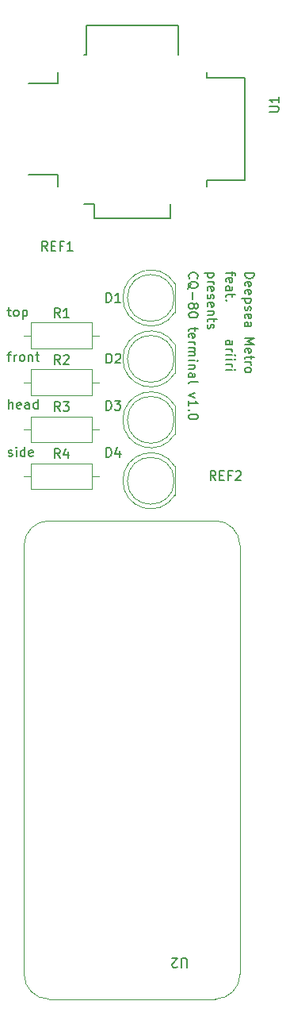
<source format=gbr>
%TF.GenerationSoftware,KiCad,Pcbnew,6.0.6+dfsg-1*%
%TF.CreationDate,2022-07-30T00:05:30-07:00*%
%TF.ProjectId,board,626f6172-642e-46b6-9963-61645f706362,rev?*%
%TF.SameCoordinates,Original*%
%TF.FileFunction,Legend,Top*%
%TF.FilePolarity,Positive*%
%FSLAX46Y46*%
G04 Gerber Fmt 4.6, Leading zero omitted, Abs format (unit mm)*
G04 Created by KiCad (PCBNEW 6.0.6+dfsg-1) date 2022-07-30 00:05:30*
%MOMM*%
%LPD*%
G01*
G04 APERTURE LIST*
%ADD10C,0.150000*%
%ADD11C,0.120000*%
%ADD12C,0.127000*%
G04 APERTURE END LIST*
D10*
X88787976Y-91844761D02*
X88883214Y-91892380D01*
X89073690Y-91892380D01*
X89168928Y-91844761D01*
X89216547Y-91749523D01*
X89216547Y-91701904D01*
X89168928Y-91606666D01*
X89073690Y-91559047D01*
X88930833Y-91559047D01*
X88835595Y-91511428D01*
X88787976Y-91416190D01*
X88787976Y-91368571D01*
X88835595Y-91273333D01*
X88930833Y-91225714D01*
X89073690Y-91225714D01*
X89168928Y-91273333D01*
X89645119Y-91892380D02*
X89645119Y-91225714D01*
X89645119Y-90892380D02*
X89597500Y-90940000D01*
X89645119Y-90987619D01*
X89692738Y-90940000D01*
X89645119Y-90892380D01*
X89645119Y-90987619D01*
X90549880Y-91892380D02*
X90549880Y-90892380D01*
X90549880Y-91844761D02*
X90454642Y-91892380D01*
X90264166Y-91892380D01*
X90168928Y-91844761D01*
X90121309Y-91797142D01*
X90073690Y-91701904D01*
X90073690Y-91416190D01*
X90121309Y-91320952D01*
X90168928Y-91273333D01*
X90264166Y-91225714D01*
X90454642Y-91225714D01*
X90549880Y-91273333D01*
X91407023Y-91844761D02*
X91311785Y-91892380D01*
X91121309Y-91892380D01*
X91026071Y-91844761D01*
X90978452Y-91749523D01*
X90978452Y-91368571D01*
X91026071Y-91273333D01*
X91121309Y-91225714D01*
X91311785Y-91225714D01*
X91407023Y-91273333D01*
X91454642Y-91368571D01*
X91454642Y-91463809D01*
X90978452Y-91559047D01*
X88835595Y-86812380D02*
X88835595Y-85812380D01*
X89264166Y-86812380D02*
X89264166Y-86288571D01*
X89216547Y-86193333D01*
X89121309Y-86145714D01*
X88978452Y-86145714D01*
X88883214Y-86193333D01*
X88835595Y-86240952D01*
X90121309Y-86764761D02*
X90026071Y-86812380D01*
X89835595Y-86812380D01*
X89740357Y-86764761D01*
X89692738Y-86669523D01*
X89692738Y-86288571D01*
X89740357Y-86193333D01*
X89835595Y-86145714D01*
X90026071Y-86145714D01*
X90121309Y-86193333D01*
X90168928Y-86288571D01*
X90168928Y-86383809D01*
X89692738Y-86479047D01*
X91026071Y-86812380D02*
X91026071Y-86288571D01*
X90978452Y-86193333D01*
X90883214Y-86145714D01*
X90692738Y-86145714D01*
X90597500Y-86193333D01*
X91026071Y-86764761D02*
X90930833Y-86812380D01*
X90692738Y-86812380D01*
X90597500Y-86764761D01*
X90549880Y-86669523D01*
X90549880Y-86574285D01*
X90597500Y-86479047D01*
X90692738Y-86431428D01*
X90930833Y-86431428D01*
X91026071Y-86383809D01*
X91930833Y-86812380D02*
X91930833Y-85812380D01*
X91930833Y-86764761D02*
X91835595Y-86812380D01*
X91645119Y-86812380D01*
X91549880Y-86764761D01*
X91502261Y-86717142D01*
X91454642Y-86621904D01*
X91454642Y-86336190D01*
X91502261Y-86240952D01*
X91549880Y-86193333D01*
X91645119Y-86145714D01*
X91835595Y-86145714D01*
X91930833Y-86193333D01*
X88692738Y-81065714D02*
X89073690Y-81065714D01*
X88835595Y-81732380D02*
X88835595Y-80875238D01*
X88883214Y-80780000D01*
X88978452Y-80732380D01*
X89073690Y-80732380D01*
X89407023Y-81732380D02*
X89407023Y-81065714D01*
X89407023Y-81256190D02*
X89454642Y-81160952D01*
X89502261Y-81113333D01*
X89597500Y-81065714D01*
X89692738Y-81065714D01*
X90168928Y-81732380D02*
X90073690Y-81684761D01*
X90026071Y-81637142D01*
X89978452Y-81541904D01*
X89978452Y-81256190D01*
X90026071Y-81160952D01*
X90073690Y-81113333D01*
X90168928Y-81065714D01*
X90311785Y-81065714D01*
X90407023Y-81113333D01*
X90454642Y-81160952D01*
X90502261Y-81256190D01*
X90502261Y-81541904D01*
X90454642Y-81637142D01*
X90407023Y-81684761D01*
X90311785Y-81732380D01*
X90168928Y-81732380D01*
X90930833Y-81065714D02*
X90930833Y-81732380D01*
X90930833Y-81160952D02*
X90978452Y-81113333D01*
X91073690Y-81065714D01*
X91216547Y-81065714D01*
X91311785Y-81113333D01*
X91359404Y-81208571D01*
X91359404Y-81732380D01*
X91692738Y-81065714D02*
X92073690Y-81065714D01*
X91835595Y-80732380D02*
X91835595Y-81589523D01*
X91883214Y-81684761D01*
X91978452Y-81732380D01*
X92073690Y-81732380D01*
X88692738Y-76285714D02*
X89073690Y-76285714D01*
X88835595Y-75952380D02*
X88835595Y-76809523D01*
X88883214Y-76904761D01*
X88978452Y-76952380D01*
X89073690Y-76952380D01*
X89549880Y-76952380D02*
X89454642Y-76904761D01*
X89407023Y-76857142D01*
X89359404Y-76761904D01*
X89359404Y-76476190D01*
X89407023Y-76380952D01*
X89454642Y-76333333D01*
X89549880Y-76285714D01*
X89692738Y-76285714D01*
X89787976Y-76333333D01*
X89835595Y-76380952D01*
X89883214Y-76476190D01*
X89883214Y-76761904D01*
X89835595Y-76857142D01*
X89787976Y-76904761D01*
X89692738Y-76952380D01*
X89549880Y-76952380D01*
X90311785Y-76285714D02*
X90311785Y-77285714D01*
X90311785Y-76333333D02*
X90407023Y-76285714D01*
X90597500Y-76285714D01*
X90692738Y-76333333D01*
X90740357Y-76380952D01*
X90787976Y-76476190D01*
X90787976Y-76761904D01*
X90740357Y-76857142D01*
X90692738Y-76904761D01*
X90597500Y-76952380D01*
X90407023Y-76952380D01*
X90311785Y-76904761D01*
X112047619Y-79997738D02*
X112571428Y-79997738D01*
X112666666Y-79950119D01*
X112714285Y-79854880D01*
X112714285Y-79664404D01*
X112666666Y-79569166D01*
X112095238Y-79997738D02*
X112047619Y-79902500D01*
X112047619Y-79664404D01*
X112095238Y-79569166D01*
X112190476Y-79521547D01*
X112285714Y-79521547D01*
X112380952Y-79569166D01*
X112428571Y-79664404D01*
X112428571Y-79902500D01*
X112476190Y-79997738D01*
X112047619Y-80473928D02*
X112714285Y-80473928D01*
X112523809Y-80473928D02*
X112619047Y-80521547D01*
X112666666Y-80569166D01*
X112714285Y-80664404D01*
X112714285Y-80759642D01*
X112047619Y-81092976D02*
X112714285Y-81092976D01*
X113047619Y-81092976D02*
X113000000Y-81045357D01*
X112952380Y-81092976D01*
X113000000Y-81140595D01*
X113047619Y-81092976D01*
X112952380Y-81092976D01*
X112047619Y-81569166D02*
X112714285Y-81569166D01*
X113047619Y-81569166D02*
X113000000Y-81521547D01*
X112952380Y-81569166D01*
X113000000Y-81616785D01*
X113047619Y-81569166D01*
X112952380Y-81569166D01*
X112047619Y-82045357D02*
X112714285Y-82045357D01*
X112523809Y-82045357D02*
X112619047Y-82092976D01*
X112666666Y-82140595D01*
X112714285Y-82235833D01*
X112714285Y-82331071D01*
X112047619Y-82664404D02*
X112714285Y-82664404D01*
X113047619Y-82664404D02*
X113000000Y-82616785D01*
X112952380Y-82664404D01*
X113000000Y-82712023D01*
X113047619Y-82664404D01*
X112952380Y-82664404D01*
X112714285Y-72192738D02*
X112714285Y-72573690D01*
X112047619Y-72335595D02*
X112904761Y-72335595D01*
X113000000Y-72383214D01*
X113047619Y-72478452D01*
X113047619Y-72573690D01*
X112095238Y-73287976D02*
X112047619Y-73192738D01*
X112047619Y-73002261D01*
X112095238Y-72907023D01*
X112190476Y-72859404D01*
X112571428Y-72859404D01*
X112666666Y-72907023D01*
X112714285Y-73002261D01*
X112714285Y-73192738D01*
X112666666Y-73287976D01*
X112571428Y-73335595D01*
X112476190Y-73335595D01*
X112380952Y-72859404D01*
X112047619Y-74192738D02*
X112571428Y-74192738D01*
X112666666Y-74145119D01*
X112714285Y-74049880D01*
X112714285Y-73859404D01*
X112666666Y-73764166D01*
X112095238Y-74192738D02*
X112047619Y-74097500D01*
X112047619Y-73859404D01*
X112095238Y-73764166D01*
X112190476Y-73716547D01*
X112285714Y-73716547D01*
X112380952Y-73764166D01*
X112428571Y-73859404D01*
X112428571Y-74097500D01*
X112476190Y-74192738D01*
X112714285Y-74526071D02*
X112714285Y-74907023D01*
X113047619Y-74668928D02*
X112190476Y-74668928D01*
X112095238Y-74716547D01*
X112047619Y-74811785D01*
X112047619Y-74907023D01*
X112142857Y-75240357D02*
X112095238Y-75287976D01*
X112047619Y-75240357D01*
X112095238Y-75192738D01*
X112142857Y-75240357D01*
X112047619Y-75240357D01*
X110714285Y-72335595D02*
X109714285Y-72335595D01*
X110666666Y-72335595D02*
X110714285Y-72430833D01*
X110714285Y-72621309D01*
X110666666Y-72716547D01*
X110619047Y-72764166D01*
X110523809Y-72811785D01*
X110238095Y-72811785D01*
X110142857Y-72764166D01*
X110095238Y-72716547D01*
X110047619Y-72621309D01*
X110047619Y-72430833D01*
X110095238Y-72335595D01*
X110047619Y-73240357D02*
X110714285Y-73240357D01*
X110523809Y-73240357D02*
X110619047Y-73287976D01*
X110666666Y-73335595D01*
X110714285Y-73430833D01*
X110714285Y-73526071D01*
X110095238Y-74240357D02*
X110047619Y-74145119D01*
X110047619Y-73954642D01*
X110095238Y-73859404D01*
X110190476Y-73811785D01*
X110571428Y-73811785D01*
X110666666Y-73859404D01*
X110714285Y-73954642D01*
X110714285Y-74145119D01*
X110666666Y-74240357D01*
X110571428Y-74287976D01*
X110476190Y-74287976D01*
X110380952Y-73811785D01*
X110095238Y-74668928D02*
X110047619Y-74764166D01*
X110047619Y-74954642D01*
X110095238Y-75049880D01*
X110190476Y-75097500D01*
X110238095Y-75097500D01*
X110333333Y-75049880D01*
X110380952Y-74954642D01*
X110380952Y-74811785D01*
X110428571Y-74716547D01*
X110523809Y-74668928D01*
X110571428Y-74668928D01*
X110666666Y-74716547D01*
X110714285Y-74811785D01*
X110714285Y-74954642D01*
X110666666Y-75049880D01*
X110095238Y-75907023D02*
X110047619Y-75811785D01*
X110047619Y-75621309D01*
X110095238Y-75526071D01*
X110190476Y-75478452D01*
X110571428Y-75478452D01*
X110666666Y-75526071D01*
X110714285Y-75621309D01*
X110714285Y-75811785D01*
X110666666Y-75907023D01*
X110571428Y-75954642D01*
X110476190Y-75954642D01*
X110380952Y-75478452D01*
X110714285Y-76383214D02*
X110047619Y-76383214D01*
X110619047Y-76383214D02*
X110666666Y-76430833D01*
X110714285Y-76526071D01*
X110714285Y-76668928D01*
X110666666Y-76764166D01*
X110571428Y-76811785D01*
X110047619Y-76811785D01*
X110714285Y-77145119D02*
X110714285Y-77526071D01*
X111047619Y-77287976D02*
X110190476Y-77287976D01*
X110095238Y-77335595D01*
X110047619Y-77430833D01*
X110047619Y-77526071D01*
X110095238Y-77811785D02*
X110047619Y-77907023D01*
X110047619Y-78097500D01*
X110095238Y-78192738D01*
X110190476Y-78240357D01*
X110238095Y-78240357D01*
X110333333Y-78192738D01*
X110380952Y-78097500D01*
X110380952Y-77954642D01*
X110428571Y-77859404D01*
X110523809Y-77811785D01*
X110571428Y-77811785D01*
X110666666Y-77859404D01*
X110714285Y-77954642D01*
X110714285Y-78097500D01*
X110666666Y-78192738D01*
X114047619Y-72335595D02*
X115047619Y-72335595D01*
X115047619Y-72573690D01*
X115000000Y-72716547D01*
X114904761Y-72811785D01*
X114809523Y-72859404D01*
X114619047Y-72907023D01*
X114476190Y-72907023D01*
X114285714Y-72859404D01*
X114190476Y-72811785D01*
X114095238Y-72716547D01*
X114047619Y-72573690D01*
X114047619Y-72335595D01*
X114095238Y-73716547D02*
X114047619Y-73621309D01*
X114047619Y-73430833D01*
X114095238Y-73335595D01*
X114190476Y-73287976D01*
X114571428Y-73287976D01*
X114666666Y-73335595D01*
X114714285Y-73430833D01*
X114714285Y-73621309D01*
X114666666Y-73716547D01*
X114571428Y-73764166D01*
X114476190Y-73764166D01*
X114380952Y-73287976D01*
X114095238Y-74573690D02*
X114047619Y-74478452D01*
X114047619Y-74287976D01*
X114095238Y-74192738D01*
X114190476Y-74145119D01*
X114571428Y-74145119D01*
X114666666Y-74192738D01*
X114714285Y-74287976D01*
X114714285Y-74478452D01*
X114666666Y-74573690D01*
X114571428Y-74621309D01*
X114476190Y-74621309D01*
X114380952Y-74145119D01*
X114714285Y-75049880D02*
X113714285Y-75049880D01*
X114666666Y-75049880D02*
X114714285Y-75145119D01*
X114714285Y-75335595D01*
X114666666Y-75430833D01*
X114619047Y-75478452D01*
X114523809Y-75526071D01*
X114238095Y-75526071D01*
X114142857Y-75478452D01*
X114095238Y-75430833D01*
X114047619Y-75335595D01*
X114047619Y-75145119D01*
X114095238Y-75049880D01*
X114095238Y-75907023D02*
X114047619Y-76002261D01*
X114047619Y-76192738D01*
X114095238Y-76287976D01*
X114190476Y-76335595D01*
X114238095Y-76335595D01*
X114333333Y-76287976D01*
X114380952Y-76192738D01*
X114380952Y-76049880D01*
X114428571Y-75954642D01*
X114523809Y-75907023D01*
X114571428Y-75907023D01*
X114666666Y-75954642D01*
X114714285Y-76049880D01*
X114714285Y-76192738D01*
X114666666Y-76287976D01*
X114095238Y-77145119D02*
X114047619Y-77049880D01*
X114047619Y-76859404D01*
X114095238Y-76764166D01*
X114190476Y-76716547D01*
X114571428Y-76716547D01*
X114666666Y-76764166D01*
X114714285Y-76859404D01*
X114714285Y-77049880D01*
X114666666Y-77145119D01*
X114571428Y-77192738D01*
X114476190Y-77192738D01*
X114380952Y-76716547D01*
X114047619Y-78049880D02*
X114571428Y-78049880D01*
X114666666Y-78002261D01*
X114714285Y-77907023D01*
X114714285Y-77716547D01*
X114666666Y-77621309D01*
X114095238Y-78049880D02*
X114047619Y-77954642D01*
X114047619Y-77716547D01*
X114095238Y-77621309D01*
X114190476Y-77573690D01*
X114285714Y-77573690D01*
X114380952Y-77621309D01*
X114428571Y-77716547D01*
X114428571Y-77954642D01*
X114476190Y-78049880D01*
X114047619Y-79287976D02*
X115047619Y-79287976D01*
X114333333Y-79621309D01*
X115047619Y-79954642D01*
X114047619Y-79954642D01*
X114095238Y-80811785D02*
X114047619Y-80716547D01*
X114047619Y-80526071D01*
X114095238Y-80430833D01*
X114190476Y-80383214D01*
X114571428Y-80383214D01*
X114666666Y-80430833D01*
X114714285Y-80526071D01*
X114714285Y-80716547D01*
X114666666Y-80811785D01*
X114571428Y-80859404D01*
X114476190Y-80859404D01*
X114380952Y-80383214D01*
X114714285Y-81145119D02*
X114714285Y-81526071D01*
X115047619Y-81287976D02*
X114190476Y-81287976D01*
X114095238Y-81335595D01*
X114047619Y-81430833D01*
X114047619Y-81526071D01*
X114047619Y-81859404D02*
X114714285Y-81859404D01*
X114523809Y-81859404D02*
X114619047Y-81907023D01*
X114666666Y-81954642D01*
X114714285Y-82049880D01*
X114714285Y-82145119D01*
X114047619Y-82621309D02*
X114095238Y-82526071D01*
X114142857Y-82478452D01*
X114238095Y-82430833D01*
X114523809Y-82430833D01*
X114619047Y-82478452D01*
X114666666Y-82526071D01*
X114714285Y-82621309D01*
X114714285Y-82764166D01*
X114666666Y-82859404D01*
X114619047Y-82907023D01*
X114523809Y-82954642D01*
X114238095Y-82954642D01*
X114142857Y-82907023D01*
X114095238Y-82859404D01*
X114047619Y-82764166D01*
X114047619Y-82621309D01*
X108142857Y-72907023D02*
X108095238Y-72859404D01*
X108047619Y-72716547D01*
X108047619Y-72621309D01*
X108095238Y-72478452D01*
X108190476Y-72383214D01*
X108285714Y-72335595D01*
X108476190Y-72287976D01*
X108619047Y-72287976D01*
X108809523Y-72335595D01*
X108904761Y-72383214D01*
X109000000Y-72478452D01*
X109047619Y-72621309D01*
X109047619Y-72716547D01*
X109000000Y-72859404D01*
X108952380Y-72907023D01*
X107952380Y-74002261D02*
X108000000Y-73907023D01*
X108095238Y-73811785D01*
X108238095Y-73668928D01*
X108285714Y-73573690D01*
X108285714Y-73478452D01*
X108047619Y-73526071D02*
X108095238Y-73430833D01*
X108190476Y-73335595D01*
X108380952Y-73287976D01*
X108714285Y-73287976D01*
X108904761Y-73335595D01*
X109000000Y-73430833D01*
X109047619Y-73526071D01*
X109047619Y-73716547D01*
X109000000Y-73811785D01*
X108904761Y-73907023D01*
X108714285Y-73954642D01*
X108380952Y-73954642D01*
X108190476Y-73907023D01*
X108095238Y-73811785D01*
X108047619Y-73716547D01*
X108047619Y-73526071D01*
X108428571Y-74383214D02*
X108428571Y-75145119D01*
X108619047Y-75764166D02*
X108666666Y-75668928D01*
X108714285Y-75621309D01*
X108809523Y-75573690D01*
X108857142Y-75573690D01*
X108952380Y-75621309D01*
X109000000Y-75668928D01*
X109047619Y-75764166D01*
X109047619Y-75954642D01*
X109000000Y-76049880D01*
X108952380Y-76097500D01*
X108857142Y-76145119D01*
X108809523Y-76145119D01*
X108714285Y-76097500D01*
X108666666Y-76049880D01*
X108619047Y-75954642D01*
X108619047Y-75764166D01*
X108571428Y-75668928D01*
X108523809Y-75621309D01*
X108428571Y-75573690D01*
X108238095Y-75573690D01*
X108142857Y-75621309D01*
X108095238Y-75668928D01*
X108047619Y-75764166D01*
X108047619Y-75954642D01*
X108095238Y-76049880D01*
X108142857Y-76097500D01*
X108238095Y-76145119D01*
X108428571Y-76145119D01*
X108523809Y-76097500D01*
X108571428Y-76049880D01*
X108619047Y-75954642D01*
X109047619Y-76764166D02*
X109047619Y-76859404D01*
X109000000Y-76954642D01*
X108952380Y-77002261D01*
X108857142Y-77049880D01*
X108666666Y-77097500D01*
X108428571Y-77097500D01*
X108238095Y-77049880D01*
X108142857Y-77002261D01*
X108095238Y-76954642D01*
X108047619Y-76859404D01*
X108047619Y-76764166D01*
X108095238Y-76668928D01*
X108142857Y-76621309D01*
X108238095Y-76573690D01*
X108428571Y-76526071D01*
X108666666Y-76526071D01*
X108857142Y-76573690D01*
X108952380Y-76621309D01*
X109000000Y-76668928D01*
X109047619Y-76764166D01*
X108714285Y-78145119D02*
X108714285Y-78526071D01*
X109047619Y-78287976D02*
X108190476Y-78287976D01*
X108095238Y-78335595D01*
X108047619Y-78430833D01*
X108047619Y-78526071D01*
X108095238Y-79240357D02*
X108047619Y-79145119D01*
X108047619Y-78954642D01*
X108095238Y-78859404D01*
X108190476Y-78811785D01*
X108571428Y-78811785D01*
X108666666Y-78859404D01*
X108714285Y-78954642D01*
X108714285Y-79145119D01*
X108666666Y-79240357D01*
X108571428Y-79287976D01*
X108476190Y-79287976D01*
X108380952Y-78811785D01*
X108047619Y-79716547D02*
X108714285Y-79716547D01*
X108523809Y-79716547D02*
X108619047Y-79764166D01*
X108666666Y-79811785D01*
X108714285Y-79907023D01*
X108714285Y-80002261D01*
X108047619Y-80335595D02*
X108714285Y-80335595D01*
X108619047Y-80335595D02*
X108666666Y-80383214D01*
X108714285Y-80478452D01*
X108714285Y-80621309D01*
X108666666Y-80716547D01*
X108571428Y-80764166D01*
X108047619Y-80764166D01*
X108571428Y-80764166D02*
X108666666Y-80811785D01*
X108714285Y-80907023D01*
X108714285Y-81049880D01*
X108666666Y-81145119D01*
X108571428Y-81192738D01*
X108047619Y-81192738D01*
X108047619Y-81668928D02*
X108714285Y-81668928D01*
X109047619Y-81668928D02*
X109000000Y-81621309D01*
X108952380Y-81668928D01*
X109000000Y-81716547D01*
X109047619Y-81668928D01*
X108952380Y-81668928D01*
X108714285Y-82145119D02*
X108047619Y-82145119D01*
X108619047Y-82145119D02*
X108666666Y-82192738D01*
X108714285Y-82287976D01*
X108714285Y-82430833D01*
X108666666Y-82526071D01*
X108571428Y-82573690D01*
X108047619Y-82573690D01*
X108047619Y-83478452D02*
X108571428Y-83478452D01*
X108666666Y-83430833D01*
X108714285Y-83335595D01*
X108714285Y-83145119D01*
X108666666Y-83049880D01*
X108095238Y-83478452D02*
X108047619Y-83383214D01*
X108047619Y-83145119D01*
X108095238Y-83049880D01*
X108190476Y-83002261D01*
X108285714Y-83002261D01*
X108380952Y-83049880D01*
X108428571Y-83145119D01*
X108428571Y-83383214D01*
X108476190Y-83478452D01*
X108047619Y-84097500D02*
X108095238Y-84002261D01*
X108190476Y-83954642D01*
X109047619Y-83954642D01*
X108714285Y-85145119D02*
X108047619Y-85383214D01*
X108714285Y-85621309D01*
X108047619Y-86526071D02*
X108047619Y-85954642D01*
X108047619Y-86240357D02*
X109047619Y-86240357D01*
X108904761Y-86145119D01*
X108809523Y-86049880D01*
X108761904Y-85954642D01*
X108142857Y-86954642D02*
X108095238Y-87002261D01*
X108047619Y-86954642D01*
X108095238Y-86907023D01*
X108142857Y-86954642D01*
X108047619Y-86954642D01*
X109047619Y-87621309D02*
X109047619Y-87716547D01*
X109000000Y-87811785D01*
X108952380Y-87859404D01*
X108857142Y-87907023D01*
X108666666Y-87954642D01*
X108428571Y-87954642D01*
X108238095Y-87907023D01*
X108142857Y-87859404D01*
X108095238Y-87811785D01*
X108047619Y-87716547D01*
X108047619Y-87621309D01*
X108095238Y-87526071D01*
X108142857Y-87478452D01*
X108238095Y-87430833D01*
X108428571Y-87383214D01*
X108666666Y-87383214D01*
X108857142Y-87430833D01*
X108952380Y-87478452D01*
X109000000Y-87526071D01*
X109047619Y-87621309D01*
%TO.C,REF1*%
X92952380Y-69952380D02*
X92619047Y-69476190D01*
X92380952Y-69952380D02*
X92380952Y-68952380D01*
X92761904Y-68952380D01*
X92857142Y-69000000D01*
X92904761Y-69047619D01*
X92952380Y-69142857D01*
X92952380Y-69285714D01*
X92904761Y-69380952D01*
X92857142Y-69428571D01*
X92761904Y-69476190D01*
X92380952Y-69476190D01*
X93380952Y-69428571D02*
X93714285Y-69428571D01*
X93857142Y-69952380D02*
X93380952Y-69952380D01*
X93380952Y-68952380D01*
X93857142Y-68952380D01*
X94619047Y-69428571D02*
X94285714Y-69428571D01*
X94285714Y-69952380D02*
X94285714Y-68952380D01*
X94761904Y-68952380D01*
X95666666Y-69952380D02*
X95095238Y-69952380D01*
X95380952Y-69952380D02*
X95380952Y-68952380D01*
X95285714Y-69095238D01*
X95190476Y-69190476D01*
X95095238Y-69238095D01*
%TO.C,REF2*%
X110952380Y-94452380D02*
X110619047Y-93976190D01*
X110380952Y-94452380D02*
X110380952Y-93452380D01*
X110761904Y-93452380D01*
X110857142Y-93500000D01*
X110904761Y-93547619D01*
X110952380Y-93642857D01*
X110952380Y-93785714D01*
X110904761Y-93880952D01*
X110857142Y-93928571D01*
X110761904Y-93976190D01*
X110380952Y-93976190D01*
X111380952Y-93928571D02*
X111714285Y-93928571D01*
X111857142Y-94452380D02*
X111380952Y-94452380D01*
X111380952Y-93452380D01*
X111857142Y-93452380D01*
X112619047Y-93928571D02*
X112285714Y-93928571D01*
X112285714Y-94452380D02*
X112285714Y-93452380D01*
X112761904Y-93452380D01*
X113095238Y-93547619D02*
X113142857Y-93500000D01*
X113238095Y-93452380D01*
X113476190Y-93452380D01*
X113571428Y-93500000D01*
X113619047Y-93547619D01*
X113666666Y-93642857D01*
X113666666Y-93738095D01*
X113619047Y-93880952D01*
X113047619Y-94452380D01*
X113666666Y-94452380D01*
%TO.C,U2*%
X107841904Y-146407619D02*
X107841904Y-145598095D01*
X107794285Y-145502857D01*
X107746666Y-145455238D01*
X107651428Y-145407619D01*
X107460952Y-145407619D01*
X107365714Y-145455238D01*
X107318095Y-145502857D01*
X107270476Y-145598095D01*
X107270476Y-146407619D01*
X106841904Y-146312380D02*
X106794285Y-146360000D01*
X106699047Y-146407619D01*
X106460952Y-146407619D01*
X106365714Y-146360000D01*
X106318095Y-146312380D01*
X106270476Y-146217142D01*
X106270476Y-146121904D01*
X106318095Y-145979047D01*
X106889523Y-145407619D01*
X106270476Y-145407619D01*
%TO.C,U1*%
X116687380Y-55136904D02*
X117496904Y-55136904D01*
X117592142Y-55089285D01*
X117639761Y-55041666D01*
X117687380Y-54946428D01*
X117687380Y-54755952D01*
X117639761Y-54660714D01*
X117592142Y-54613095D01*
X117496904Y-54565476D01*
X116687380Y-54565476D01*
X117687380Y-53565476D02*
X117687380Y-54136904D01*
X117687380Y-53851190D02*
X116687380Y-53851190D01*
X116830238Y-53946428D01*
X116925476Y-54041666D01*
X116973095Y-54136904D01*
%TO.C,D1*%
X99231904Y-75452380D02*
X99231904Y-74452380D01*
X99470000Y-74452380D01*
X99612857Y-74500000D01*
X99708095Y-74595238D01*
X99755714Y-74690476D01*
X99803333Y-74880952D01*
X99803333Y-75023809D01*
X99755714Y-75214285D01*
X99708095Y-75309523D01*
X99612857Y-75404761D01*
X99470000Y-75452380D01*
X99231904Y-75452380D01*
X100755714Y-75452380D02*
X100184285Y-75452380D01*
X100470000Y-75452380D02*
X100470000Y-74452380D01*
X100374761Y-74595238D01*
X100279523Y-74690476D01*
X100184285Y-74738095D01*
%TO.C,R2*%
X94293333Y-82082380D02*
X93960000Y-81606190D01*
X93721904Y-82082380D02*
X93721904Y-81082380D01*
X94102857Y-81082380D01*
X94198095Y-81130000D01*
X94245714Y-81177619D01*
X94293333Y-81272857D01*
X94293333Y-81415714D01*
X94245714Y-81510952D01*
X94198095Y-81558571D01*
X94102857Y-81606190D01*
X93721904Y-81606190D01*
X94674285Y-81177619D02*
X94721904Y-81130000D01*
X94817142Y-81082380D01*
X95055238Y-81082380D01*
X95150476Y-81130000D01*
X95198095Y-81177619D01*
X95245714Y-81272857D01*
X95245714Y-81368095D01*
X95198095Y-81510952D01*
X94626666Y-82082380D01*
X95245714Y-82082380D01*
%TO.C,R3*%
X94293333Y-87082380D02*
X93960000Y-86606190D01*
X93721904Y-87082380D02*
X93721904Y-86082380D01*
X94102857Y-86082380D01*
X94198095Y-86130000D01*
X94245714Y-86177619D01*
X94293333Y-86272857D01*
X94293333Y-86415714D01*
X94245714Y-86510952D01*
X94198095Y-86558571D01*
X94102857Y-86606190D01*
X93721904Y-86606190D01*
X94626666Y-86082380D02*
X95245714Y-86082380D01*
X94912380Y-86463333D01*
X95055238Y-86463333D01*
X95150476Y-86510952D01*
X95198095Y-86558571D01*
X95245714Y-86653809D01*
X95245714Y-86891904D01*
X95198095Y-86987142D01*
X95150476Y-87034761D01*
X95055238Y-87082380D01*
X94769523Y-87082380D01*
X94674285Y-87034761D01*
X94626666Y-86987142D01*
%TO.C,D4*%
X99231904Y-91952380D02*
X99231904Y-90952380D01*
X99470000Y-90952380D01*
X99612857Y-91000000D01*
X99708095Y-91095238D01*
X99755714Y-91190476D01*
X99803333Y-91380952D01*
X99803333Y-91523809D01*
X99755714Y-91714285D01*
X99708095Y-91809523D01*
X99612857Y-91904761D01*
X99470000Y-91952380D01*
X99231904Y-91952380D01*
X100660476Y-91285714D02*
X100660476Y-91952380D01*
X100422380Y-90904761D02*
X100184285Y-91619047D01*
X100803333Y-91619047D01*
%TO.C,D3*%
X99231904Y-86952380D02*
X99231904Y-85952380D01*
X99470000Y-85952380D01*
X99612857Y-86000000D01*
X99708095Y-86095238D01*
X99755714Y-86190476D01*
X99803333Y-86380952D01*
X99803333Y-86523809D01*
X99755714Y-86714285D01*
X99708095Y-86809523D01*
X99612857Y-86904761D01*
X99470000Y-86952380D01*
X99231904Y-86952380D01*
X100136666Y-85952380D02*
X100755714Y-85952380D01*
X100422380Y-86333333D01*
X100565238Y-86333333D01*
X100660476Y-86380952D01*
X100708095Y-86428571D01*
X100755714Y-86523809D01*
X100755714Y-86761904D01*
X100708095Y-86857142D01*
X100660476Y-86904761D01*
X100565238Y-86952380D01*
X100279523Y-86952380D01*
X100184285Y-86904761D01*
X100136666Y-86857142D01*
%TO.C,R1*%
X94293333Y-77082380D02*
X93960000Y-76606190D01*
X93721904Y-77082380D02*
X93721904Y-76082380D01*
X94102857Y-76082380D01*
X94198095Y-76130000D01*
X94245714Y-76177619D01*
X94293333Y-76272857D01*
X94293333Y-76415714D01*
X94245714Y-76510952D01*
X94198095Y-76558571D01*
X94102857Y-76606190D01*
X93721904Y-76606190D01*
X95245714Y-77082380D02*
X94674285Y-77082380D01*
X94960000Y-77082380D02*
X94960000Y-76082380D01*
X94864761Y-76225238D01*
X94769523Y-76320476D01*
X94674285Y-76368095D01*
%TO.C,D2*%
X99261904Y-81952380D02*
X99261904Y-80952380D01*
X99500000Y-80952380D01*
X99642857Y-81000000D01*
X99738095Y-81095238D01*
X99785714Y-81190476D01*
X99833333Y-81380952D01*
X99833333Y-81523809D01*
X99785714Y-81714285D01*
X99738095Y-81809523D01*
X99642857Y-81904761D01*
X99500000Y-81952380D01*
X99261904Y-81952380D01*
X100214285Y-81047619D02*
X100261904Y-81000000D01*
X100357142Y-80952380D01*
X100595238Y-80952380D01*
X100690476Y-81000000D01*
X100738095Y-81047619D01*
X100785714Y-81142857D01*
X100785714Y-81238095D01*
X100738095Y-81380952D01*
X100166666Y-81952380D01*
X100785714Y-81952380D01*
%TO.C,R4*%
X94293333Y-92082380D02*
X93960000Y-91606190D01*
X93721904Y-92082380D02*
X93721904Y-91082380D01*
X94102857Y-91082380D01*
X94198095Y-91130000D01*
X94245714Y-91177619D01*
X94293333Y-91272857D01*
X94293333Y-91415714D01*
X94245714Y-91510952D01*
X94198095Y-91558571D01*
X94102857Y-91606190D01*
X93721904Y-91606190D01*
X95150476Y-91415714D02*
X95150476Y-92082380D01*
X94912380Y-91034761D02*
X94674285Y-91749047D01*
X95293333Y-91749047D01*
D11*
%TO.C,U2*%
X93110000Y-98760000D02*
X110890000Y-98760000D01*
X90460000Y-147130000D02*
X90460000Y-101410000D01*
X93110000Y-149780000D02*
X110890000Y-149780000D01*
X113540000Y-147130000D02*
X113540000Y-101410000D01*
X113540000Y-101410000D02*
G75*
G03*
X110890000Y-98760000I-2650000J0D01*
G01*
X90460000Y-147130000D02*
G75*
G03*
X93110000Y-149780000I2650000J0D01*
G01*
X110890000Y-149780000D02*
G75*
G03*
X113540000Y-147130000I0J2650000D01*
G01*
X93110000Y-98760000D02*
G75*
G03*
X90460000Y-101410000I0J-2650000D01*
G01*
D12*
%TO.C,U1*%
X106900000Y-45900000D02*
X106900000Y-49050000D01*
X97100000Y-45900000D02*
X106900000Y-45900000D01*
X110000000Y-50930000D02*
X110000000Y-51550000D01*
X98000000Y-66500000D02*
X98000000Y-64950000D01*
X90900000Y-52150000D02*
X94100000Y-52150000D01*
X96830000Y-49050000D02*
X97100000Y-49050000D01*
X110000000Y-51550000D02*
X114065000Y-51550000D01*
X114065000Y-62450000D02*
X110000000Y-62450000D01*
X106100000Y-66500000D02*
X98000000Y-66500000D01*
X98000000Y-64950000D02*
X96880000Y-64950000D01*
X94100000Y-63080000D02*
X94100000Y-61850000D01*
X110000000Y-62450000D02*
X110000000Y-63080000D01*
X114065000Y-51550000D02*
X114065000Y-62450000D01*
X106100000Y-64950000D02*
X106100000Y-66500000D01*
X94100000Y-52150000D02*
X94100000Y-50930000D01*
X94100000Y-61850000D02*
X90900000Y-61850000D01*
X97100000Y-49050000D02*
X97100000Y-45900000D01*
D11*
%TO.C,D1*%
X106565000Y-76545000D02*
X106565000Y-73455000D01*
X106565000Y-73455170D02*
G75*
G03*
X101015000Y-75000462I-2560000J-1544830D01*
G01*
X101015000Y-74999538D02*
G75*
G03*
X106565000Y-76544830I2990000J-462D01*
G01*
X106505000Y-75000000D02*
G75*
G03*
X106505000Y-75000000I-2500000J0D01*
G01*
%TO.C,R2*%
X98500000Y-84000000D02*
X97730000Y-84000000D01*
X91190000Y-85370000D02*
X97730000Y-85370000D01*
X90420000Y-84000000D02*
X91190000Y-84000000D01*
X97730000Y-85370000D02*
X97730000Y-82630000D01*
X97730000Y-82630000D02*
X91190000Y-82630000D01*
X91190000Y-82630000D02*
X91190000Y-85370000D01*
%TO.C,R3*%
X98500000Y-89000000D02*
X97730000Y-89000000D01*
X90420000Y-89000000D02*
X91190000Y-89000000D01*
X97730000Y-87630000D02*
X91190000Y-87630000D01*
X91190000Y-87630000D02*
X91190000Y-90370000D01*
X91190000Y-90370000D02*
X97730000Y-90370000D01*
X97730000Y-90370000D02*
X97730000Y-87630000D01*
%TO.C,D4*%
X106565000Y-96045000D02*
X106565000Y-92955000D01*
X106565000Y-92955170D02*
G75*
G03*
X101015000Y-94500462I-2560000J-1544830D01*
G01*
X101015000Y-94499538D02*
G75*
G03*
X106565000Y-96044830I2990000J-462D01*
G01*
X106505000Y-94500000D02*
G75*
G03*
X106505000Y-94500000I-2500000J0D01*
G01*
%TO.C,D3*%
X106565000Y-89545000D02*
X106565000Y-86455000D01*
X101015000Y-87999538D02*
G75*
G03*
X106565000Y-89544830I2990000J-462D01*
G01*
X106565000Y-86455170D02*
G75*
G03*
X101015000Y-88000462I-2560000J-1544830D01*
G01*
X106505000Y-88000000D02*
G75*
G03*
X106505000Y-88000000I-2500000J0D01*
G01*
%TO.C,R1*%
X97730000Y-80370000D02*
X97730000Y-77630000D01*
X97730000Y-77630000D02*
X91190000Y-77630000D01*
X98500000Y-79000000D02*
X97730000Y-79000000D01*
X91190000Y-80370000D02*
X97730000Y-80370000D01*
X91190000Y-77630000D02*
X91190000Y-80370000D01*
X90420000Y-79000000D02*
X91190000Y-79000000D01*
%TO.C,D2*%
X106565000Y-83045000D02*
X106565000Y-79955000D01*
X106565000Y-79955170D02*
G75*
G03*
X101015000Y-81500462I-2560000J-1544830D01*
G01*
X101015000Y-81499538D02*
G75*
G03*
X106565000Y-83044830I2990000J-462D01*
G01*
X106505000Y-81500000D02*
G75*
G03*
X106505000Y-81500000I-2500000J0D01*
G01*
%TO.C,R4*%
X91190000Y-95370000D02*
X97730000Y-95370000D01*
X97730000Y-95370000D02*
X97730000Y-92630000D01*
X98500000Y-94000000D02*
X97730000Y-94000000D01*
X90420000Y-94000000D02*
X91190000Y-94000000D01*
X97730000Y-92630000D02*
X91190000Y-92630000D01*
X91190000Y-92630000D02*
X91190000Y-95370000D01*
%TD*%
M02*

</source>
